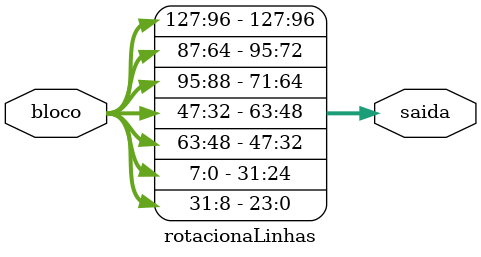
<source format=v>
module rotacionaLinhas (
    input wire[127:0] bloco,
    output wire [127:0] saida
);
    
    // Linha 0
    assign saida[127:96] = bloco[127:96];

    // Linha 1
    assign saida[95:72] = bloco[87:64];
    assign saida[71:64] = bloco[95:88];
    
    // Linha 2
    assign saida[63:48] = bloco[47:32];
    assign saida[47:40] = bloco[63:56];
    assign saida[39:32] = bloco[55:48];

    // Linha 3
    assign saida[31:24] = bloco[7:0];
    assign saida[23:0] = bloco[31:8];

endmodule
</source>
